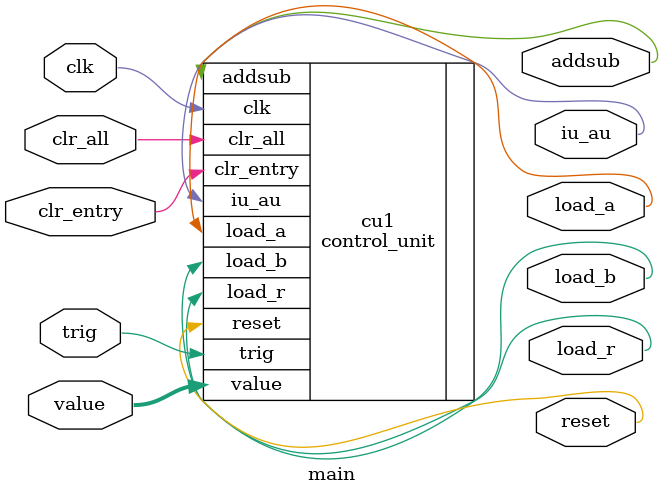
<source format=v>
module main(
	input trig,
	input [3:0] value,
	input clk,
	input clr_entry,
	input clr_all,
	
	output reset,
	output load_a,
	output load_b,
	output addsub,
	output load_r,
	output iu_au
);
	
	control_unit cu1(
		.trig(trig),
		.value(value), //[3:0]
		.clk(clk),
		.clr_entry(clr_entry),
		.clr_all(clr_all),
		
		.reset(reset),
		.load_a(load_a),
		.load_b(load_b),
		.addsub(addsub),
		.load_r(load_r),
		.iu_au(iu_au)
	);
	
endmodule

</source>
